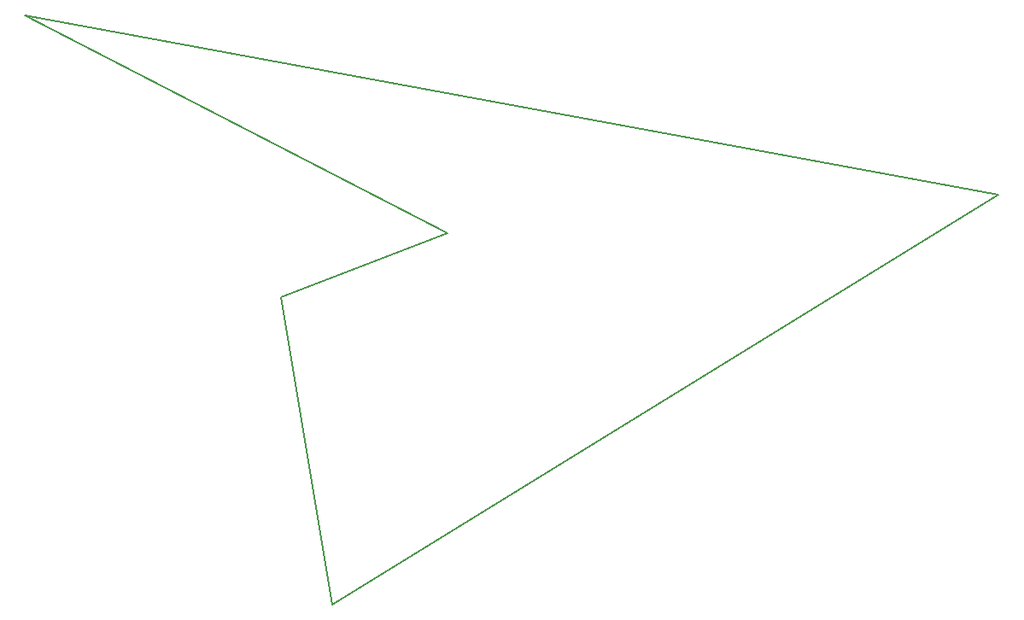
<source format=gbr>
G04 EAGLE Gerber X2 export*
%TF.Part,Single*%
%TF.FileFunction,Copper,L1,Top,Mixed*%
%TF.FilePolarity,Positive*%
%TF.GenerationSoftware,Autodesk,EAGLE,8.7.1*%
%TF.CreationDate,2018-04-25T08:15:01Z*%
G75*
%MOMM*%
%FSLAX34Y34*%
%LPD*%
%AMOC8*
5,1,8,0,0,1.08239X$1,22.5*%
G01*
%ADD10C,0.152400*%


D10*
X1346200Y520700D02*
X685800Y114300D01*
X635000Y419100D01*
X800100Y482600D01*
X381000Y698500D01*
X1346200Y520700D01*
M02*

</source>
